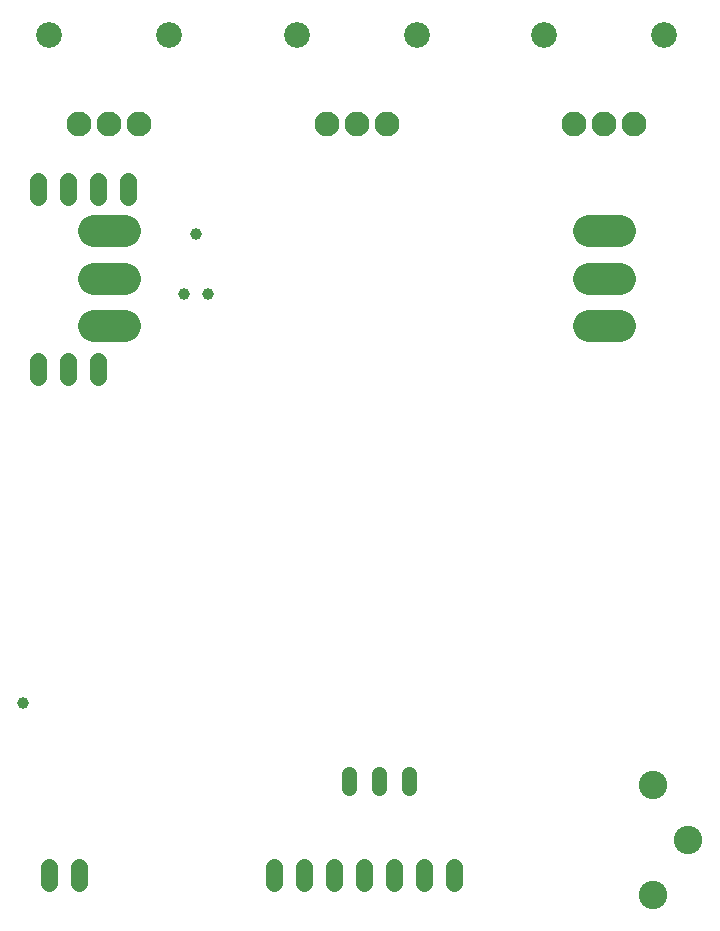
<source format=gbs>
G75*
%MOIN*%
%OFA0B0*%
%FSLAX25Y25*%
%IPPOS*%
%LPD*%
%AMOC8*
5,1,8,0,0,1.08239X$1,22.5*
%
%ADD10C,0.10670*%
%ADD11C,0.09500*%
%ADD12C,0.05800*%
%ADD13C,0.08274*%
%ADD14C,0.08589*%
%ADD15C,0.03900*%
%ADD16C,0.05000*%
%ADD17C,0.03943*%
D10*
X0033633Y0198950D02*
X0043903Y0198950D01*
X0043903Y0214750D02*
X0033633Y0214750D01*
X0033633Y0230550D02*
X0043903Y0230550D01*
X0198633Y0230550D02*
X0208903Y0230550D01*
X0208903Y0214750D02*
X0198633Y0214750D01*
X0198633Y0198950D02*
X0208903Y0198950D01*
D11*
X0220018Y0046000D03*
X0231818Y0027750D03*
X0220018Y0009500D03*
D12*
X0018768Y0013300D02*
X0018768Y0018700D01*
X0028768Y0018700D02*
X0028768Y0013300D01*
X0093768Y0013300D02*
X0093768Y0018700D01*
X0103768Y0018700D02*
X0103768Y0013300D01*
X0113768Y0013300D02*
X0113768Y0018700D01*
X0123768Y0018700D02*
X0123768Y0013300D01*
X0133768Y0013300D02*
X0133768Y0018700D01*
X0143768Y0018700D02*
X0143768Y0013300D01*
X0153768Y0013300D02*
X0153768Y0018700D01*
X0035018Y0182050D02*
X0035018Y0187450D01*
X0025018Y0187450D02*
X0025018Y0182050D01*
X0015018Y0182050D02*
X0015018Y0187450D01*
X0015018Y0242050D02*
X0015018Y0247450D01*
X0025018Y0247450D02*
X0025018Y0242050D01*
X0035018Y0242050D02*
X0035018Y0247450D01*
X0045018Y0247450D02*
X0045018Y0242050D01*
D13*
X0048768Y0266500D03*
X0038768Y0266500D03*
X0028768Y0266500D03*
X0111268Y0266500D03*
X0121268Y0266500D03*
X0131268Y0266500D03*
X0193768Y0266500D03*
X0203768Y0266500D03*
X0213768Y0266500D03*
D14*
X0223768Y0296000D03*
X0183768Y0296000D03*
X0141268Y0296000D03*
X0101268Y0296000D03*
X0058768Y0296000D03*
X0018768Y0296000D03*
D15*
X0067518Y0229750D03*
X0071518Y0209750D03*
X0063518Y0209750D03*
D16*
X0118768Y0049550D02*
X0118768Y0044950D01*
X0128768Y0044950D02*
X0128768Y0049550D01*
X0138768Y0049550D02*
X0138768Y0044950D01*
D17*
X0010018Y0073500D03*
M02*

</source>
